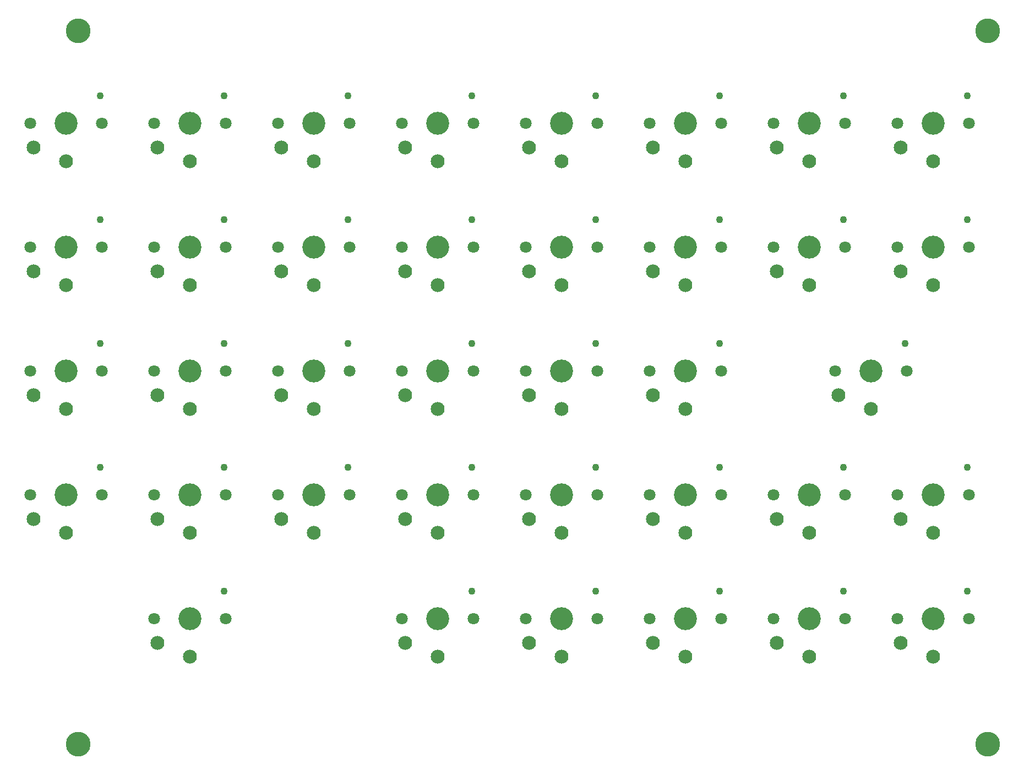
<source format=gts>
%TF.GenerationSoftware,KiCad,Pcbnew,(6.0.10)*%
%TF.CreationDate,2023-02-02T17:49:13-08:00*%
%TF.ProjectId,netrazr_rev2-Right,6e657472-617a-4725-9f72-6576322d5269,2*%
%TF.SameCoordinates,Original*%
%TF.FileFunction,Soldermask,Top*%
%TF.FilePolarity,Negative*%
%FSLAX46Y46*%
G04 Gerber Fmt 4.6, Leading zero omitted, Abs format (unit mm)*
G04 Created by KiCad (PCBNEW (6.0.10)) date 2023-02-02 17:49:13*
%MOMM*%
%LPD*%
G01*
G04 APERTURE LIST*
%ADD10C,3.531000*%
%ADD11C,1.803800*%
%ADD12C,1.092600*%
%ADD13C,2.134000*%
%ADD14C,3.802000*%
G04 APERTURE END LIST*
D10*
X291365000Y-154650000D03*
D11*
X296865000Y-154650000D03*
X285865000Y-154650000D03*
D12*
X296585000Y-150450000D03*
D13*
X291365000Y-160550000D03*
X286365000Y-158450000D03*
D12*
X239435000Y-131400000D03*
D10*
X234215000Y-135600000D03*
D11*
X239715000Y-135600000D03*
X228715000Y-135600000D03*
D13*
X234215000Y-141500000D03*
X229215000Y-139400000D03*
D11*
X362065000Y-97500000D03*
D10*
X367565000Y-97500000D03*
D12*
X372785000Y-93300000D03*
D11*
X373065000Y-97500000D03*
D13*
X367565000Y-103400000D03*
X362565000Y-101300000D03*
D10*
X329465000Y-154650000D03*
D11*
X323965000Y-154650000D03*
D12*
X334685000Y-150450000D03*
D11*
X334965000Y-154650000D03*
D13*
X329465000Y-160550000D03*
X324465000Y-158450000D03*
D10*
X253265000Y-116550000D03*
D11*
X258765000Y-116550000D03*
D12*
X258485000Y-112350000D03*
D11*
X247765000Y-116550000D03*
D13*
X253265000Y-122450000D03*
X248265000Y-120350000D03*
D12*
X315635000Y-74250000D03*
D11*
X304915000Y-78450000D03*
X315915000Y-78450000D03*
D10*
X310415000Y-78450000D03*
D13*
X310415000Y-84350000D03*
X305415000Y-82250000D03*
D14*
X375920000Y-64262000D03*
D10*
X234215000Y-97500000D03*
D11*
X239715000Y-97500000D03*
D12*
X239435000Y-93300000D03*
D11*
X228715000Y-97500000D03*
D13*
X234215000Y-103400000D03*
X229215000Y-101300000D03*
D11*
X323965000Y-135600000D03*
X334965000Y-135600000D03*
D10*
X329465000Y-135600000D03*
D12*
X334685000Y-131400000D03*
D13*
X329465000Y-141500000D03*
X324465000Y-139400000D03*
D11*
X354015000Y-135600000D03*
D12*
X353735000Y-131400000D03*
D10*
X348515000Y-135600000D03*
D11*
X343015000Y-135600000D03*
D13*
X348515000Y-141500000D03*
X343515000Y-139400000D03*
D11*
X266815000Y-135600000D03*
D10*
X272315000Y-135600000D03*
D11*
X277815000Y-135600000D03*
D12*
X277535000Y-131400000D03*
D13*
X272315000Y-141500000D03*
X267315000Y-139400000D03*
D11*
X315915000Y-97500000D03*
D12*
X315635000Y-93300000D03*
D11*
X304915000Y-97500000D03*
D10*
X310415000Y-97500000D03*
D13*
X310415000Y-103400000D03*
X305415000Y-101300000D03*
D11*
X315915000Y-116550000D03*
D12*
X315635000Y-112350000D03*
D10*
X310415000Y-116550000D03*
D11*
X304915000Y-116550000D03*
D13*
X310415000Y-122450000D03*
X305415000Y-120350000D03*
D10*
X291365000Y-97500000D03*
D11*
X285865000Y-97500000D03*
X296865000Y-97500000D03*
D12*
X296585000Y-93300000D03*
D13*
X291365000Y-103400000D03*
X286365000Y-101300000D03*
D12*
X296585000Y-131400000D03*
D11*
X285865000Y-135600000D03*
D10*
X291365000Y-135600000D03*
D11*
X296865000Y-135600000D03*
D13*
X291365000Y-141500000D03*
X286365000Y-139400000D03*
D11*
X247765000Y-97500000D03*
X258765000Y-97500000D03*
D12*
X258485000Y-93300000D03*
D10*
X253265000Y-97500000D03*
D13*
X253265000Y-103400000D03*
X248265000Y-101300000D03*
D12*
X258485000Y-150450000D03*
D10*
X253265000Y-154650000D03*
D11*
X247765000Y-154650000D03*
X258765000Y-154650000D03*
D13*
X253265000Y-160550000D03*
X248265000Y-158450000D03*
D11*
X354015000Y-78450000D03*
D12*
X353735000Y-74250000D03*
D11*
X343015000Y-78450000D03*
D10*
X348515000Y-78450000D03*
D13*
X348515000Y-84350000D03*
X343515000Y-82250000D03*
D14*
X375920000Y-173990000D03*
D11*
X323965000Y-97500000D03*
D10*
X329465000Y-97500000D03*
D12*
X334685000Y-93300000D03*
D11*
X334965000Y-97500000D03*
D13*
X329465000Y-103400000D03*
X324465000Y-101300000D03*
D11*
X334965000Y-116550000D03*
D10*
X329465000Y-116550000D03*
D12*
X334685000Y-112350000D03*
D11*
X323965000Y-116550000D03*
D13*
X329465000Y-122450000D03*
X324465000Y-120350000D03*
D11*
X277815000Y-116550000D03*
D12*
X277535000Y-112350000D03*
D11*
X266815000Y-116550000D03*
D10*
X272315000Y-116550000D03*
D13*
X272315000Y-122450000D03*
X267315000Y-120350000D03*
D12*
X239435000Y-112350000D03*
D11*
X239715000Y-116550000D03*
D10*
X234215000Y-116550000D03*
D11*
X228715000Y-116550000D03*
D13*
X234215000Y-122450000D03*
X229215000Y-120350000D03*
D11*
X266815000Y-78450000D03*
X277815000Y-78450000D03*
D12*
X277535000Y-74250000D03*
D10*
X272315000Y-78450000D03*
D13*
X272315000Y-84350000D03*
X267315000Y-82250000D03*
D11*
X266815000Y-97500000D03*
X277815000Y-97500000D03*
D12*
X277535000Y-93300000D03*
D10*
X272315000Y-97500000D03*
D13*
X272315000Y-103400000D03*
X267315000Y-101300000D03*
D11*
X343015000Y-97500000D03*
X354015000Y-97500000D03*
D10*
X348515000Y-97500000D03*
D12*
X353735000Y-93300000D03*
D13*
X348515000Y-103400000D03*
X343515000Y-101300000D03*
D10*
X367565000Y-135600000D03*
D12*
X372785000Y-131400000D03*
D11*
X362065000Y-135600000D03*
X373065000Y-135600000D03*
D13*
X367565000Y-141500000D03*
X362565000Y-139400000D03*
D12*
X296585000Y-112350000D03*
D11*
X296865000Y-116550000D03*
D10*
X291365000Y-116550000D03*
D11*
X285865000Y-116550000D03*
D13*
X291365000Y-122450000D03*
X286365000Y-120350000D03*
D11*
X296865000Y-78450000D03*
D10*
X291365000Y-78450000D03*
D12*
X296585000Y-74250000D03*
D11*
X285865000Y-78450000D03*
D13*
X291365000Y-84350000D03*
X286365000Y-82250000D03*
D10*
X367565000Y-154650000D03*
D12*
X372785000Y-150450000D03*
D11*
X362065000Y-154650000D03*
X373065000Y-154650000D03*
D13*
X367565000Y-160550000D03*
X362565000Y-158450000D03*
D10*
X310415000Y-135600000D03*
D12*
X315635000Y-131400000D03*
D11*
X304915000Y-135600000D03*
X315915000Y-135600000D03*
D13*
X310415000Y-141500000D03*
X305415000Y-139400000D03*
D14*
X236093000Y-64262000D03*
D11*
X362065000Y-78450000D03*
D12*
X372785000Y-74250000D03*
D11*
X373065000Y-78450000D03*
D10*
X367565000Y-78450000D03*
D13*
X367565000Y-84350000D03*
X362565000Y-82250000D03*
D11*
X239715000Y-78450000D03*
X228715000Y-78450000D03*
D12*
X239435000Y-74250000D03*
D10*
X234215000Y-78450000D03*
D13*
X234215000Y-84350000D03*
X229215000Y-82250000D03*
D11*
X247765000Y-135600000D03*
D10*
X253265000Y-135600000D03*
D12*
X258485000Y-131400000D03*
D11*
X258765000Y-135600000D03*
D13*
X253265000Y-141500000D03*
X248265000Y-139400000D03*
D11*
X323965000Y-78450000D03*
X334965000Y-78450000D03*
D12*
X334685000Y-74250000D03*
D10*
X329465000Y-78450000D03*
D13*
X329465000Y-84350000D03*
X324465000Y-82250000D03*
D12*
X363260000Y-112350000D03*
D11*
X352540000Y-116550000D03*
D10*
X358040000Y-116550000D03*
D11*
X363540000Y-116550000D03*
D13*
X358040000Y-122450000D03*
X353040000Y-120350000D03*
D14*
X236093000Y-173990000D03*
D12*
X258485000Y-74250000D03*
D11*
X258765000Y-78450000D03*
X247765000Y-78450000D03*
D10*
X253265000Y-78450000D03*
D13*
X253265000Y-84350000D03*
X248265000Y-82250000D03*
D11*
X304915000Y-154650000D03*
D10*
X310415000Y-154650000D03*
D11*
X315915000Y-154650000D03*
D12*
X315635000Y-150450000D03*
D13*
X310415000Y-160550000D03*
X305415000Y-158450000D03*
D11*
X343015000Y-154650000D03*
D12*
X353735000Y-150450000D03*
D10*
X348515000Y-154650000D03*
D11*
X354015000Y-154650000D03*
D13*
X348515000Y-160550000D03*
X343515000Y-158450000D03*
M02*

</source>
